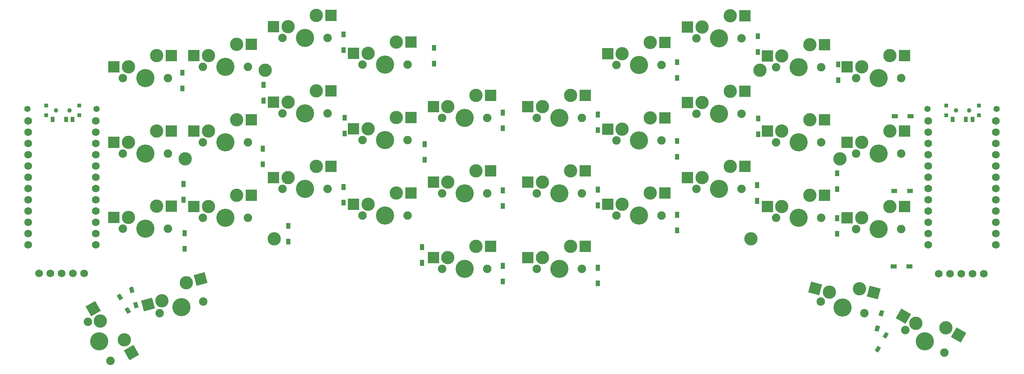
<source format=gbr>
%TF.GenerationSoftware,KiCad,Pcbnew,(6.0.11)*%
%TF.CreationDate,2023-02-07T21:41:21-05:00*%
%TF.ProjectId,main,6d61696e-2e6b-4696-9361-645f70636258,rev?*%
%TF.SameCoordinates,Original*%
%TF.FileFunction,Soldermask,Bot*%
%TF.FilePolarity,Negative*%
%FSLAX46Y46*%
G04 Gerber Fmt 4.6, Leading zero omitted, Abs format (unit mm)*
G04 Created by KiCad (PCBNEW (6.0.11)) date 2023-02-07 21:41:21*
%MOMM*%
%LPD*%
G01*
G04 APERTURE LIST*
G04 Aperture macros list*
%AMRotRect*
0 Rectangle, with rotation*
0 The origin of the aperture is its center*
0 $1 length*
0 $2 width*
0 $3 Rotation angle, in degrees counterclockwise*
0 Add horizontal line*
21,1,$1,$2,0,0,$3*%
G04 Aperture macros list end*
%ADD10C,0.100000*%
%ADD11RotRect,2.550000X2.500000X195.000000*%
%ADD12C,4.100000*%
%ADD13C,1.900000*%
%ADD14C,3.000000*%
%ADD15RotRect,2.550000X2.500000X120.000000*%
%ADD16R,2.550000X2.500000*%
%ADD17RotRect,2.550000X2.500000X150.000000*%
%ADD18RotRect,2.550000X2.500000X165.000000*%
%ADD19C,1.397000*%
%ADD20C,1.752600*%
%ADD21C,1.000000*%
%ADD22R,0.900000X0.900000*%
%ADD23R,0.900000X1.250000*%
G04 APERTURE END LIST*
%TO.C,D19*%
G36*
X95914100Y-74777800D02*
G01*
X95064100Y-74777800D01*
X95064100Y-73577800D01*
X95914100Y-73577800D01*
X95914100Y-74777800D01*
G37*
D10*
X95914100Y-74777800D02*
X95064100Y-74777800D01*
X95064100Y-73577800D01*
X95914100Y-73577800D01*
X95914100Y-74777800D01*
G36*
X95914100Y-71227800D02*
G01*
X95064100Y-71227800D01*
X95064100Y-70027800D01*
X95914100Y-70027800D01*
X95914100Y-71227800D01*
G37*
X95914100Y-71227800D02*
X95064100Y-71227800D01*
X95064100Y-70027800D01*
X95914100Y-70027800D01*
X95914100Y-71227800D01*
%TO.C,D21*%
G36*
X134395100Y-66427500D02*
G01*
X133545100Y-66427500D01*
X133545100Y-65227500D01*
X134395100Y-65227500D01*
X134395100Y-66427500D01*
G37*
X134395100Y-66427500D02*
X133545100Y-66427500D01*
X133545100Y-65227500D01*
X134395100Y-65227500D01*
X134395100Y-66427500D01*
G36*
X134395100Y-62877500D02*
G01*
X133545100Y-62877500D01*
X133545100Y-61677500D01*
X134395100Y-61677500D01*
X134395100Y-62877500D01*
G37*
X134395100Y-62877500D02*
X133545100Y-62877500D01*
X133545100Y-61677500D01*
X134395100Y-61677500D01*
X134395100Y-62877500D01*
%TO.C,D26*%
G36*
X132236100Y-84594500D02*
G01*
X131386100Y-84594500D01*
X131386100Y-83394500D01*
X132236100Y-83394500D01*
X132236100Y-84594500D01*
G37*
X132236100Y-84594500D02*
X131386100Y-84594500D01*
X131386100Y-83394500D01*
X132236100Y-83394500D01*
X132236100Y-84594500D01*
G36*
X132236100Y-88144500D02*
G01*
X131386100Y-88144500D01*
X131386100Y-86944500D01*
X132236100Y-86944500D01*
X132236100Y-88144500D01*
G37*
X132236100Y-88144500D02*
X131386100Y-88144500D01*
X131386100Y-86944500D01*
X132236100Y-86944500D01*
X132236100Y-88144500D01*
%TO.C,D33*%
G36*
X65576461Y-121840410D02*
G01*
X64840339Y-122265410D01*
X64240339Y-121226180D01*
X64976461Y-120801180D01*
X65576461Y-121840410D01*
G37*
X65576461Y-121840410D02*
X64840339Y-122265410D01*
X64240339Y-121226180D01*
X64976461Y-120801180D01*
X65576461Y-121840410D01*
G36*
X63801461Y-118766020D02*
G01*
X63065339Y-119191020D01*
X62465339Y-118151790D01*
X63201461Y-117726790D01*
X63801461Y-118766020D01*
G37*
X63801461Y-118766020D02*
X63065339Y-119191020D01*
X62465339Y-118151790D01*
X63201461Y-117726790D01*
X63801461Y-118766020D01*
%TO.C,D10*%
G36*
X241812600Y-95000400D02*
G01*
X240612600Y-95000400D01*
X240612600Y-94150400D01*
X241812600Y-94150400D01*
X241812600Y-95000400D01*
G37*
X241812600Y-95000400D02*
X240612600Y-95000400D01*
X240612600Y-94150400D01*
X241812600Y-94150400D01*
X241812600Y-95000400D01*
G36*
X238262600Y-95000400D02*
G01*
X237062600Y-95000400D01*
X237062600Y-94150400D01*
X238262600Y-94150400D01*
X238262600Y-95000400D01*
G37*
X238262600Y-95000400D02*
X237062600Y-95000400D01*
X237062600Y-94150400D01*
X238262600Y-94150400D01*
X238262600Y-95000400D01*
%TO.C,D24*%
G36*
X95787100Y-85610500D02*
G01*
X94937100Y-85610500D01*
X94937100Y-84410500D01*
X95787100Y-84410500D01*
X95787100Y-85610500D01*
G37*
X95787100Y-85610500D02*
X94937100Y-85610500D01*
X94937100Y-84410500D01*
X95787100Y-84410500D01*
X95787100Y-85610500D01*
G36*
X95787100Y-89160500D02*
G01*
X94937100Y-89160500D01*
X94937100Y-87960500D01*
X95787100Y-87960500D01*
X95787100Y-89160500D01*
G37*
X95787100Y-89160500D02*
X94937100Y-89160500D01*
X94937100Y-87960500D01*
X95787100Y-87960500D01*
X95787100Y-89160500D01*
%TO.C,D23*%
G36*
X77936600Y-97126800D02*
G01*
X77086600Y-97126800D01*
X77086600Y-95926800D01*
X77936600Y-95926800D01*
X77936600Y-97126800D01*
G37*
X77936600Y-97126800D02*
X77086600Y-97126800D01*
X77086600Y-95926800D01*
X77936600Y-95926800D01*
X77936600Y-97126800D01*
G36*
X77936600Y-93576800D02*
G01*
X77086600Y-93576800D01*
X77086600Y-92376800D01*
X77936600Y-92376800D01*
X77936600Y-93576800D01*
G37*
X77936600Y-93576800D02*
X77086600Y-93576800D01*
X77086600Y-92376800D01*
X77936600Y-92376800D01*
X77936600Y-93576800D01*
%TO.C,D18*%
G36*
X77626100Y-68465500D02*
G01*
X76776100Y-68465500D01*
X76776100Y-67265500D01*
X77626100Y-67265500D01*
X77626100Y-68465500D01*
G37*
X77626100Y-68465500D02*
X76776100Y-68465500D01*
X76776100Y-67265500D01*
X77626100Y-67265500D01*
X77626100Y-68465500D01*
G36*
X77626100Y-72015500D02*
G01*
X76776100Y-72015500D01*
X76776100Y-70815500D01*
X77626100Y-70815500D01*
X77626100Y-72015500D01*
G37*
X77626100Y-72015500D02*
X76776100Y-72015500D01*
X76776100Y-70815500D01*
X77626100Y-70815500D01*
X77626100Y-72015500D01*
%TO.C,D1*%
G36*
X171282600Y-81456400D02*
G01*
X170432600Y-81456400D01*
X170432600Y-80256400D01*
X171282600Y-80256400D01*
X171282600Y-81456400D01*
G37*
X171282600Y-81456400D02*
X170432600Y-81456400D01*
X170432600Y-80256400D01*
X171282600Y-80256400D01*
X171282600Y-81456400D01*
G36*
X171282600Y-77906400D02*
G01*
X170432600Y-77906400D01*
X170432600Y-76706400D01*
X171282600Y-76706400D01*
X171282600Y-77906400D01*
G37*
X171282600Y-77906400D02*
X170432600Y-77906400D01*
X170432600Y-76706400D01*
X171282600Y-76706400D01*
X171282600Y-77906400D01*
%TO.C,D5*%
G36*
X238389600Y-78109400D02*
G01*
X237189600Y-78109400D01*
X237189600Y-77259400D01*
X238389600Y-77259400D01*
X238389600Y-78109400D01*
G37*
X238389600Y-78109400D02*
X237189600Y-78109400D01*
X237189600Y-77259400D01*
X238389600Y-77259400D01*
X238389600Y-78109400D01*
G36*
X241939600Y-78109400D02*
G01*
X240739600Y-78109400D01*
X240739600Y-77259400D01*
X241939600Y-77259400D01*
X241939600Y-78109400D01*
G37*
X241939600Y-78109400D02*
X240739600Y-78109400D01*
X240739600Y-77259400D01*
X241939600Y-77259400D01*
X241939600Y-78109400D01*
%TO.C,D15*%
G36*
X238135600Y-112018400D02*
G01*
X236935600Y-112018400D01*
X236935600Y-111168400D01*
X238135600Y-111168400D01*
X238135600Y-112018400D01*
G37*
X238135600Y-112018400D02*
X236935600Y-112018400D01*
X236935600Y-111168400D01*
X238135600Y-111168400D01*
X238135600Y-112018400D01*
G36*
X241685600Y-112018400D02*
G01*
X240485600Y-112018400D01*
X240485600Y-111168400D01*
X241685600Y-111168400D01*
X241685600Y-112018400D01*
G37*
X241685600Y-112018400D02*
X240485600Y-112018400D01*
X240485600Y-111168400D01*
X241685600Y-111168400D01*
X241685600Y-112018400D01*
%TO.C,D9*%
G36*
X225256600Y-91163800D02*
G01*
X224406600Y-91163800D01*
X224406600Y-89963800D01*
X225256600Y-89963800D01*
X225256600Y-91163800D01*
G37*
X225256600Y-91163800D02*
X224406600Y-91163800D01*
X224406600Y-89963800D01*
X225256600Y-89963800D01*
X225256600Y-91163800D01*
G36*
X225256600Y-94713800D02*
G01*
X224406600Y-94713800D01*
X224406600Y-93513800D01*
X225256600Y-93513800D01*
X225256600Y-94713800D01*
G37*
X225256600Y-94713800D02*
X224406600Y-94713800D01*
X224406600Y-93513800D01*
X225256600Y-93513800D01*
X225256600Y-94713800D01*
%TO.C,D25*%
G36*
X114202100Y-82175500D02*
G01*
X113352100Y-82175500D01*
X113352100Y-80975500D01*
X114202100Y-80975500D01*
X114202100Y-82175500D01*
G37*
X114202100Y-82175500D02*
X113352100Y-82175500D01*
X113352100Y-80975500D01*
X114202100Y-80975500D01*
X114202100Y-82175500D01*
G36*
X114202100Y-78625500D02*
G01*
X113352100Y-78625500D01*
X113352100Y-77425500D01*
X114202100Y-77425500D01*
X114202100Y-78625500D01*
G37*
X114202100Y-78625500D02*
X113352100Y-78625500D01*
X113352100Y-77425500D01*
X114202100Y-77425500D01*
X114202100Y-78625500D01*
%TO.C,D22*%
G36*
X149889100Y-77482500D02*
G01*
X149039100Y-77482500D01*
X149039100Y-76282500D01*
X149889100Y-76282500D01*
X149889100Y-77482500D01*
G37*
X149889100Y-77482500D02*
X149039100Y-77482500D01*
X149039100Y-76282500D01*
X149889100Y-76282500D01*
X149889100Y-77482500D01*
G36*
X149889100Y-81032500D02*
G01*
X149039100Y-81032500D01*
X149039100Y-79832500D01*
X149889100Y-79832500D01*
X149889100Y-81032500D01*
G37*
X149889100Y-81032500D02*
X149039100Y-81032500D01*
X149039100Y-79832500D01*
X149889100Y-79832500D01*
X149889100Y-81032500D01*
%TO.C,D4*%
G36*
X225511600Y-66603400D02*
G01*
X224661600Y-66603400D01*
X224661600Y-65403400D01*
X225511600Y-65403400D01*
X225511600Y-66603400D01*
G37*
X225511600Y-66603400D02*
X224661600Y-66603400D01*
X224661600Y-65403400D01*
X225511600Y-65403400D01*
X225511600Y-66603400D01*
G36*
X225511600Y-70153400D02*
G01*
X224661600Y-70153400D01*
X224661600Y-68953400D01*
X225511600Y-68953400D01*
X225511600Y-70153400D01*
G37*
X225511600Y-70153400D02*
X224661600Y-70153400D01*
X224661600Y-68953400D01*
X225511600Y-68953400D01*
X225511600Y-70153400D01*
%TO.C,D27*%
G36*
X149889100Y-95008500D02*
G01*
X149039100Y-95008500D01*
X149039100Y-93808500D01*
X149889100Y-93808500D01*
X149889100Y-95008500D01*
G37*
X149889100Y-95008500D02*
X149039100Y-95008500D01*
X149039100Y-93808500D01*
X149889100Y-93808500D01*
X149889100Y-95008500D01*
G36*
X149889100Y-98558500D02*
G01*
X149039100Y-98558500D01*
X149039100Y-97358500D01*
X149889100Y-97358500D01*
X149889100Y-98558500D01*
G37*
X149889100Y-98558500D02*
X149039100Y-98558500D01*
X149039100Y-97358500D01*
X149889100Y-97358500D01*
X149889100Y-98558500D01*
%TO.C,D32*%
G36*
X149889100Y-112026500D02*
G01*
X149039100Y-112026500D01*
X149039100Y-110826500D01*
X149889100Y-110826500D01*
X149889100Y-112026500D01*
G37*
X149889100Y-112026500D02*
X149039100Y-112026500D01*
X149039100Y-110826500D01*
X149889100Y-110826500D01*
X149889100Y-112026500D01*
G36*
X149889100Y-115576500D02*
G01*
X149039100Y-115576500D01*
X149039100Y-114376500D01*
X149889100Y-114376500D01*
X149889100Y-115576500D01*
G37*
X149889100Y-115576500D02*
X149039100Y-115576500D01*
X149039100Y-114376500D01*
X149889100Y-114376500D01*
X149889100Y-115576500D01*
%TO.C,D17*%
G36*
X234645161Y-129890880D02*
G01*
X234045161Y-130930110D01*
X233309039Y-130505110D01*
X233909039Y-129465880D01*
X234645161Y-129890880D01*
G37*
X234645161Y-129890880D02*
X234045161Y-130930110D01*
X233309039Y-130505110D01*
X233909039Y-129465880D01*
X234645161Y-129890880D01*
G36*
X236420161Y-126816490D02*
G01*
X235820161Y-127855720D01*
X235084039Y-127430720D01*
X235684039Y-126391490D01*
X236420161Y-126816490D01*
G37*
X236420161Y-126816490D02*
X235820161Y-127855720D01*
X235084039Y-127430720D01*
X235684039Y-126391490D01*
X236420161Y-126816490D01*
%TO.C,D11*%
G36*
X171282600Y-112450400D02*
G01*
X170432600Y-112450400D01*
X170432600Y-111250400D01*
X171282600Y-111250400D01*
X171282600Y-112450400D01*
G37*
X171282600Y-112450400D02*
X170432600Y-112450400D01*
X170432600Y-111250400D01*
X171282600Y-111250400D01*
X171282600Y-112450400D01*
G36*
X171282600Y-116000400D02*
G01*
X170432600Y-116000400D01*
X170432600Y-114800400D01*
X171282600Y-114800400D01*
X171282600Y-116000400D01*
G37*
X171282600Y-116000400D02*
X170432600Y-116000400D01*
X170432600Y-114800400D01*
X171282600Y-114800400D01*
X171282600Y-116000400D01*
%TO.C,D29*%
G36*
X101558600Y-103012500D02*
G01*
X100708600Y-103012500D01*
X100708600Y-101812500D01*
X101558600Y-101812500D01*
X101558600Y-103012500D01*
G37*
X101558600Y-103012500D02*
X100708600Y-103012500D01*
X100708600Y-101812500D01*
X101558600Y-101812500D01*
X101558600Y-103012500D01*
G36*
X101558600Y-106562500D02*
G01*
X100708600Y-106562500D01*
X100708600Y-105362500D01*
X101558600Y-105362500D01*
X101558600Y-106562500D01*
G37*
X101558600Y-106562500D02*
X100708600Y-106562500D01*
X100708600Y-105362500D01*
X101558600Y-105362500D01*
X101558600Y-106562500D01*
%TO.C,D2*%
G36*
X189189600Y-66095400D02*
G01*
X188339600Y-66095400D01*
X188339600Y-64895400D01*
X189189600Y-64895400D01*
X189189600Y-66095400D01*
G37*
X189189600Y-66095400D02*
X188339600Y-66095400D01*
X188339600Y-64895400D01*
X189189600Y-64895400D01*
X189189600Y-66095400D01*
G36*
X189189600Y-69645400D02*
G01*
X188339600Y-69645400D01*
X188339600Y-68445400D01*
X189189600Y-68445400D01*
X189189600Y-69645400D01*
G37*
X189189600Y-69645400D02*
X188339600Y-69645400D01*
X188339600Y-68445400D01*
X189189600Y-68445400D01*
X189189600Y-69645400D01*
%TO.C,D8*%
G36*
X207477600Y-78775400D02*
G01*
X206627600Y-78775400D01*
X206627600Y-77575400D01*
X207477600Y-77575400D01*
X207477600Y-78775400D01*
G37*
X207477600Y-78775400D02*
X206627600Y-78775400D01*
X206627600Y-77575400D01*
X207477600Y-77575400D01*
X207477600Y-78775400D01*
G36*
X207477600Y-82325400D02*
G01*
X206627600Y-82325400D01*
X206627600Y-81125400D01*
X207477600Y-81125400D01*
X207477600Y-82325400D01*
G37*
X207477600Y-82325400D02*
X206627600Y-82325400D01*
X206627600Y-81125400D01*
X207477600Y-81125400D01*
X207477600Y-82325400D01*
%TO.C,D16*%
G36*
X234415906Y-125078461D02*
G01*
X234105323Y-126237572D01*
X233284286Y-126017576D01*
X233594869Y-124858465D01*
X234415906Y-125078461D01*
G37*
X234415906Y-125078461D02*
X234105323Y-126237572D01*
X233284286Y-126017576D01*
X233594869Y-124858465D01*
X234415906Y-125078461D01*
G36*
X235334714Y-121649424D02*
G01*
X235024131Y-122808535D01*
X234203094Y-122588539D01*
X234513677Y-121429428D01*
X235334714Y-121649424D01*
G37*
X235334714Y-121649424D02*
X235024131Y-122808535D01*
X234203094Y-122588539D01*
X234513677Y-121429428D01*
X235334714Y-121649424D01*
%TO.C,D34*%
G36*
X66393406Y-117319339D02*
G01*
X65572369Y-117539335D01*
X65261786Y-116380224D01*
X66082823Y-116160228D01*
X66393406Y-117319339D01*
G37*
X66393406Y-117319339D02*
X65572369Y-117539335D01*
X65261786Y-116380224D01*
X66082823Y-116160228D01*
X66393406Y-117319339D01*
G36*
X67312214Y-120748376D02*
G01*
X66491177Y-120968372D01*
X66180594Y-119809261D01*
X67001631Y-119589265D01*
X67312214Y-120748376D01*
G37*
X67312214Y-120748376D02*
X66491177Y-120968372D01*
X66180594Y-119809261D01*
X67001631Y-119589265D01*
X67312214Y-120748376D01*
%TO.C,D20*%
G36*
X113948100Y-63379500D02*
G01*
X113098100Y-63379500D01*
X113098100Y-62179500D01*
X113948100Y-62179500D01*
X113948100Y-63379500D01*
G37*
X113948100Y-63379500D02*
X113098100Y-63379500D01*
X113098100Y-62179500D01*
X113948100Y-62179500D01*
X113948100Y-63379500D01*
G36*
X113948100Y-59829500D02*
G01*
X113098100Y-59829500D01*
X113098100Y-58629500D01*
X113948100Y-58629500D01*
X113948100Y-59829500D01*
G37*
X113948100Y-59829500D02*
X113098100Y-59829500D01*
X113098100Y-58629500D01*
X113948100Y-58629500D01*
X113948100Y-59829500D01*
%TO.C,D3*%
G36*
X207350600Y-63803400D02*
G01*
X206500600Y-63803400D01*
X206500600Y-62603400D01*
X207350600Y-62603400D01*
X207350600Y-63803400D01*
G37*
X207350600Y-63803400D02*
X206500600Y-63803400D01*
X206500600Y-62603400D01*
X207350600Y-62603400D01*
X207350600Y-63803400D01*
G36*
X207350600Y-60253400D02*
G01*
X206500600Y-60253400D01*
X206500600Y-59053400D01*
X207350600Y-59053400D01*
X207350600Y-60253400D01*
G37*
X207350600Y-60253400D02*
X206500600Y-60253400D01*
X206500600Y-59053400D01*
X207350600Y-59053400D01*
X207350600Y-60253400D01*
%TO.C,D14*%
G36*
X225257600Y-101274400D02*
G01*
X224407600Y-101274400D01*
X224407600Y-100074400D01*
X225257600Y-100074400D01*
X225257600Y-101274400D01*
G37*
X225257600Y-101274400D02*
X224407600Y-101274400D01*
X224407600Y-100074400D01*
X225257600Y-100074400D01*
X225257600Y-101274400D01*
G36*
X225257600Y-104824400D02*
G01*
X224407600Y-104824400D01*
X224407600Y-103624400D01*
X225257600Y-103624400D01*
X225257600Y-104824400D01*
G37*
X225257600Y-104824400D02*
X224407600Y-104824400D01*
X224407600Y-103624400D01*
X225257600Y-103624400D01*
X225257600Y-104824400D01*
%TO.C,D30*%
G36*
X113948100Y-94246500D02*
G01*
X113098100Y-94246500D01*
X113098100Y-93046500D01*
X113948100Y-93046500D01*
X113948100Y-94246500D01*
G37*
X113948100Y-94246500D02*
X113098100Y-94246500D01*
X113098100Y-93046500D01*
X113948100Y-93046500D01*
X113948100Y-94246500D01*
G36*
X113948100Y-97796500D02*
G01*
X113098100Y-97796500D01*
X113098100Y-96596500D01*
X113948100Y-96596500D01*
X113948100Y-97796500D01*
G37*
X113948100Y-97796500D02*
X113098100Y-97796500D01*
X113098100Y-96596500D01*
X113948100Y-96596500D01*
X113948100Y-97796500D01*
%TO.C,D13*%
G36*
X207222600Y-97383800D02*
G01*
X206372600Y-97383800D01*
X206372600Y-96183800D01*
X207222600Y-96183800D01*
X207222600Y-97383800D01*
G37*
X207222600Y-97383800D02*
X206372600Y-97383800D01*
X206372600Y-96183800D01*
X207222600Y-96183800D01*
X207222600Y-97383800D01*
G36*
X207222600Y-93833800D02*
G01*
X206372600Y-93833800D01*
X206372600Y-92633800D01*
X207222600Y-92633800D01*
X207222600Y-93833800D01*
G37*
X207222600Y-93833800D02*
X206372600Y-93833800D01*
X206372600Y-92633800D01*
X207222600Y-92633800D01*
X207222600Y-93833800D01*
%TO.C,D12*%
G36*
X189189600Y-104062400D02*
G01*
X188339600Y-104062400D01*
X188339600Y-102862400D01*
X189189600Y-102862400D01*
X189189600Y-104062400D01*
G37*
X189189600Y-104062400D02*
X188339600Y-104062400D01*
X188339600Y-102862400D01*
X189189600Y-102862400D01*
X189189600Y-104062400D01*
G36*
X189189600Y-100512400D02*
G01*
X188339600Y-100512400D01*
X188339600Y-99312400D01*
X189189600Y-99312400D01*
X189189600Y-100512400D01*
G37*
X189189600Y-100512400D02*
X188339600Y-100512400D01*
X188339600Y-99312400D01*
X189189600Y-99312400D01*
X189189600Y-100512400D01*
%TO.C,D28*%
G36*
X78134100Y-108210500D02*
G01*
X77284100Y-108210500D01*
X77284100Y-107010500D01*
X78134100Y-107010500D01*
X78134100Y-108210500D01*
G37*
X78134100Y-108210500D02*
X77284100Y-108210500D01*
X77284100Y-107010500D01*
X78134100Y-107010500D01*
X78134100Y-108210500D01*
G36*
X78134100Y-104660500D02*
G01*
X77284100Y-104660500D01*
X77284100Y-103460500D01*
X78134100Y-103460500D01*
X78134100Y-104660500D01*
G37*
X78134100Y-104660500D02*
X77284100Y-104660500D01*
X77284100Y-103460500D01*
X78134100Y-103460500D01*
X78134100Y-104660500D01*
%TO.C,D7*%
G36*
X189189600Y-87425400D02*
G01*
X188339600Y-87425400D01*
X188339600Y-86225400D01*
X189189600Y-86225400D01*
X189189600Y-87425400D01*
G37*
X189189600Y-87425400D02*
X188339600Y-87425400D01*
X188339600Y-86225400D01*
X189189600Y-86225400D01*
X189189600Y-87425400D01*
G36*
X189189600Y-83875400D02*
G01*
X188339600Y-83875400D01*
X188339600Y-82675400D01*
X189189600Y-82675400D01*
X189189600Y-83875400D01*
G37*
X189189600Y-83875400D02*
X188339600Y-83875400D01*
X188339600Y-82675400D01*
X189189600Y-82675400D01*
X189189600Y-83875400D01*
%TO.C,D31*%
G36*
X131657600Y-111347800D02*
G01*
X130807600Y-111347800D01*
X130807600Y-110147800D01*
X131657600Y-110147800D01*
X131657600Y-111347800D01*
G37*
X131657600Y-111347800D02*
X130807600Y-111347800D01*
X130807600Y-110147800D01*
X131657600Y-110147800D01*
X131657600Y-111347800D01*
G36*
X131657600Y-107797800D02*
G01*
X130807600Y-107797800D01*
X130807600Y-106597800D01*
X131657600Y-106597800D01*
X131657600Y-107797800D01*
G37*
X131657600Y-107797800D02*
X130807600Y-107797800D01*
X130807600Y-106597800D01*
X131657600Y-106597800D01*
X131657600Y-107797800D01*
%TO.C,D6*%
G36*
X171281600Y-94846800D02*
G01*
X170431600Y-94846800D01*
X170431600Y-93646800D01*
X171281600Y-93646800D01*
X171281600Y-94846800D01*
G37*
X171281600Y-94846800D02*
X170431600Y-94846800D01*
X170431600Y-93646800D01*
X171281600Y-93646800D01*
X171281600Y-94846800D01*
G36*
X171281600Y-98396800D02*
G01*
X170431600Y-98396800D01*
X170431600Y-97196800D01*
X171281600Y-97196800D01*
X171281600Y-98396800D01*
G37*
X171281600Y-98396800D02*
X170431600Y-98396800D01*
X170431600Y-97196800D01*
X171281600Y-97196800D01*
X171281600Y-98396800D01*
%TD*%
D11*
%TO.C,SW34*%
X69511815Y-120201481D03*
D12*
X77012800Y-120821200D03*
D13*
X81919703Y-119506399D03*
X72105897Y-122136001D03*
D11*
X81340938Y-114402276D03*
D14*
X72675222Y-119353849D03*
X78151451Y-115256896D03*
%TD*%
D15*
%TO.C,SW33*%
X57132105Y-121094310D03*
D12*
X58474900Y-128500100D03*
D13*
X61014900Y-132899509D03*
X55934900Y-124100691D03*
D15*
X65795309Y-131019420D03*
D14*
X58769605Y-123930543D03*
X64144309Y-128159805D03*
%TD*%
D16*
%TO.C,SW32*%
X133826900Y-109582000D03*
D12*
X140911900Y-112122000D03*
D13*
X145991900Y-112122000D03*
X135831900Y-112122000D03*
D16*
X146753900Y-107042000D03*
D14*
X137101900Y-109582000D03*
X143451900Y-107042000D03*
%TD*%
D16*
%TO.C,SW31*%
X115826800Y-97582000D03*
D12*
X122911800Y-100122000D03*
D13*
X127991800Y-100122000D03*
X117831800Y-100122000D03*
D16*
X128753800Y-95042000D03*
D14*
X119101800Y-97582000D03*
X125451800Y-95042000D03*
%TD*%
D16*
%TO.C,SW30*%
X97826900Y-91581500D03*
D12*
X104911900Y-94121500D03*
D13*
X109991900Y-94121500D03*
X99831900Y-94121500D03*
D16*
X110753900Y-89041500D03*
D14*
X101101900Y-91581500D03*
X107451900Y-89041500D03*
%TD*%
D16*
%TO.C,SW29*%
X79827900Y-98081500D03*
D12*
X86912900Y-100621500D03*
D13*
X91992900Y-100621500D03*
X81832900Y-100621500D03*
D16*
X92754900Y-95541500D03*
D14*
X83102900Y-98081500D03*
X89452900Y-95541500D03*
%TD*%
D16*
%TO.C,SW28*%
X61826800Y-100581500D03*
D12*
X68911800Y-103121500D03*
D13*
X73991800Y-103121500D03*
X63831800Y-103121500D03*
D16*
X74753800Y-98041500D03*
D14*
X65101800Y-100581500D03*
X71451800Y-98041500D03*
%TD*%
D16*
%TO.C,SW27*%
X133826900Y-92582000D03*
D12*
X140911900Y-95122000D03*
D13*
X145991900Y-95122000D03*
X135831900Y-95122000D03*
D16*
X146753900Y-90042000D03*
D14*
X137101900Y-92582000D03*
X143451900Y-90042000D03*
%TD*%
D16*
%TO.C,SW26*%
X115826800Y-80582000D03*
D12*
X122911800Y-83122000D03*
D13*
X127991800Y-83122000D03*
X117831800Y-83122000D03*
D16*
X128753800Y-78042000D03*
D14*
X119101800Y-80582000D03*
X125451800Y-78042000D03*
%TD*%
D16*
%TO.C,SW25*%
X97826900Y-74581500D03*
D12*
X104911900Y-77121500D03*
D13*
X109991900Y-77121500D03*
X99831900Y-77121500D03*
D16*
X110753900Y-72041500D03*
D14*
X101101900Y-74581500D03*
X107451900Y-72041500D03*
%TD*%
D16*
%TO.C,SW24*%
X79827900Y-81081500D03*
D12*
X86912900Y-83621500D03*
D13*
X91992900Y-83621500D03*
X81832900Y-83621500D03*
D16*
X92754900Y-78541500D03*
D14*
X83102900Y-81081500D03*
X89452900Y-78541500D03*
%TD*%
D16*
%TO.C,SW23*%
X61826900Y-83581500D03*
D12*
X68911900Y-86121500D03*
D13*
X73991900Y-86121500D03*
X63831900Y-86121500D03*
D16*
X74753900Y-81041500D03*
D14*
X65101900Y-83581500D03*
X71451900Y-81041500D03*
%TD*%
D16*
%TO.C,SW22*%
X133826900Y-75582000D03*
D12*
X140911900Y-78122000D03*
D13*
X145991900Y-78122000D03*
X135831900Y-78122000D03*
D16*
X146753900Y-73042000D03*
D14*
X137101900Y-75582000D03*
X143451900Y-73042000D03*
%TD*%
D16*
%TO.C,SW21*%
X115826900Y-63582000D03*
D12*
X122911900Y-66122000D03*
D13*
X127991900Y-66122000D03*
X117831900Y-66122000D03*
D16*
X128753900Y-61042000D03*
D14*
X119101900Y-63582000D03*
X125451900Y-61042000D03*
%TD*%
D16*
%TO.C,SW20*%
X97826900Y-57581500D03*
D12*
X104911900Y-60121500D03*
D13*
X109991900Y-60121500D03*
X99831900Y-60121500D03*
D16*
X110753900Y-55041500D03*
D14*
X101101900Y-57581500D03*
X107451900Y-55041500D03*
%TD*%
D16*
%TO.C,SW19*%
X79827800Y-64081500D03*
D12*
X86912800Y-66621500D03*
D13*
X91992800Y-66621500D03*
X81832800Y-66621500D03*
D16*
X92754800Y-61541500D03*
D14*
X83102800Y-64081500D03*
X89452800Y-61541500D03*
%TD*%
D16*
%TO.C,SW18*%
X61826900Y-66581500D03*
D12*
X68911900Y-69121500D03*
D13*
X73991900Y-69121500D03*
X63831900Y-69121500D03*
D16*
X74753900Y-64041500D03*
D14*
X65101900Y-66581500D03*
X71451900Y-64041500D03*
%TD*%
D17*
%TO.C,SW17*%
X239768710Y-122789795D03*
D12*
X244634500Y-128532000D03*
D13*
X249033909Y-131072000D03*
X240235091Y-125992000D03*
D17*
X252233820Y-127053591D03*
D14*
X242604943Y-124427295D03*
X249374205Y-125402591D03*
%TD*%
D18*
%TO.C,SW16*%
X219910416Y-116565915D03*
D12*
X226096600Y-120853100D03*
D13*
X231003503Y-122167901D03*
X221189697Y-119538299D03*
D18*
X233054339Y-117458218D03*
D14*
X223073823Y-117413548D03*
X229864852Y-116603597D03*
%TD*%
D16*
%TO.C,SW15*%
X227112600Y-100613400D03*
D12*
X234197600Y-103153400D03*
D13*
X239277600Y-103153400D03*
X229117600Y-103153400D03*
D16*
X240039600Y-98073400D03*
D14*
X230387600Y-100613400D03*
X236737600Y-98073400D03*
%TD*%
D16*
%TO.C,SW14*%
X209111600Y-98113400D03*
D12*
X216196600Y-100653400D03*
D13*
X221276600Y-100653400D03*
X211116600Y-100653400D03*
D16*
X222038600Y-95573400D03*
D14*
X212386600Y-98113400D03*
X218736600Y-95573400D03*
%TD*%
D16*
%TO.C,SW13*%
X191112600Y-91613400D03*
D12*
X198197600Y-94153400D03*
D13*
X203277600Y-94153400D03*
X193117600Y-94153400D03*
D16*
X204039600Y-89073400D03*
D14*
X194387600Y-91613400D03*
X200737600Y-89073400D03*
%TD*%
D16*
%TO.C,SW12*%
X173112600Y-97613900D03*
D12*
X180197600Y-100153900D03*
D13*
X185277600Y-100153900D03*
X175117600Y-100153900D03*
D16*
X186039600Y-95073900D03*
D14*
X176387600Y-97613900D03*
X182737600Y-95073900D03*
%TD*%
D16*
%TO.C,SW11*%
X155112600Y-109613900D03*
D12*
X162197600Y-112153900D03*
D13*
X167277600Y-112153900D03*
X157117600Y-112153900D03*
D16*
X168039600Y-107073900D03*
D14*
X158387600Y-109613900D03*
X164737600Y-107073900D03*
%TD*%
D16*
%TO.C,SW10*%
X227112600Y-83613400D03*
D12*
X234197600Y-86153400D03*
D13*
X239277600Y-86153400D03*
X229117600Y-86153400D03*
D16*
X240039600Y-81073400D03*
D14*
X230387600Y-83613400D03*
X236737600Y-81073400D03*
%TD*%
D16*
%TO.C,SW9*%
X209111600Y-81113400D03*
D12*
X216196600Y-83653400D03*
D13*
X221276600Y-83653400D03*
X211116600Y-83653400D03*
D16*
X222038600Y-78573400D03*
D14*
X212386600Y-81113400D03*
X218736600Y-78573400D03*
%TD*%
D16*
%TO.C,SW8*%
X191112600Y-74613400D03*
D12*
X198197600Y-77153400D03*
D13*
X203277600Y-77153400D03*
X193117600Y-77153400D03*
D16*
X204039600Y-72073400D03*
D14*
X194387600Y-74613400D03*
X200737600Y-72073400D03*
%TD*%
D16*
%TO.C,SW7*%
X173112600Y-80613900D03*
D12*
X180197600Y-83153900D03*
D13*
X185277600Y-83153900D03*
X175117600Y-83153900D03*
D16*
X186039600Y-78073900D03*
D14*
X176387600Y-80613900D03*
X182737600Y-78073900D03*
%TD*%
D16*
%TO.C,SW6*%
X155112600Y-92613900D03*
D12*
X162197600Y-95153900D03*
D13*
X167277600Y-95153900D03*
X157117600Y-95153900D03*
D16*
X168039600Y-90073900D03*
D14*
X158387600Y-92613900D03*
X164737600Y-90073900D03*
%TD*%
D16*
%TO.C,SW5*%
X227112600Y-66613400D03*
D12*
X234197600Y-69153400D03*
D13*
X239277600Y-69153400D03*
X229117600Y-69153400D03*
D16*
X240039600Y-64073400D03*
D14*
X230387600Y-66613400D03*
X236737600Y-64073400D03*
%TD*%
D16*
%TO.C,SW4*%
X209111600Y-64113400D03*
D12*
X216196600Y-66653400D03*
D13*
X221276600Y-66653400D03*
X211116600Y-66653400D03*
D16*
X222038600Y-61573400D03*
D14*
X212386600Y-64113400D03*
X218736600Y-61573400D03*
%TD*%
D16*
%TO.C,SW3*%
X191112600Y-57613400D03*
D12*
X198197600Y-60153400D03*
D13*
X203277600Y-60153400D03*
X193117600Y-60153400D03*
D16*
X204039600Y-55073400D03*
D14*
X194387600Y-57613400D03*
X200737600Y-55073400D03*
%TD*%
D16*
%TO.C,SW2*%
X173112600Y-63613900D03*
D12*
X180197600Y-66153900D03*
D13*
X185277600Y-66153900D03*
X175117600Y-66153900D03*
D16*
X186039600Y-61073900D03*
D14*
X176387600Y-63613900D03*
X182737600Y-61073900D03*
%TD*%
D16*
%TO.C,SW1*%
X155112600Y-75613900D03*
D12*
X162197600Y-78153900D03*
D13*
X167277600Y-78153900D03*
X157117600Y-78153900D03*
D16*
X168039600Y-73073900D03*
D14*
X158387600Y-75613900D03*
X164737600Y-73073900D03*
%TD*%
D19*
%TO.C,BatGND1*%
X42358000Y-76057400D03*
%TD*%
%TO.C,Bat+0*%
X245177000Y-76057400D03*
%TD*%
D20*
%TO.C,Display1*%
X247735800Y-113214400D03*
X250275800Y-113214400D03*
X252815800Y-113214400D03*
X255355800Y-113214400D03*
X257895800Y-113214400D03*
%TD*%
D14*
%TO.C,13-REF_PUCK_R*%
X95945600Y-67345907D03*
X77918707Y-87366800D03*
X97939600Y-105393693D03*
%TD*%
%TO.C,REF_PUCK_R*%
X207413600Y-67345907D03*
X225440493Y-87366800D03*
X205419600Y-105393693D03*
%TD*%
D20*
%TO.C,Display2*%
X44943100Y-113171500D03*
X47483100Y-113171500D03*
X50023100Y-113171500D03*
X52563100Y-113171500D03*
X55103100Y-113171500D03*
%TD*%
D19*
%TO.C,Bat+1*%
X57902800Y-76082800D03*
%TD*%
%TO.C,BatGND0*%
X260747200Y-76108200D03*
%TD*%
D21*
%TO.C,SW_POWER1*%
X51782800Y-76387600D03*
X48782800Y-76387600D03*
D22*
X46582800Y-75287600D03*
X53982800Y-77487600D03*
X46582800Y-77487600D03*
X53982800Y-75287600D03*
D23*
X48032800Y-78462600D03*
X51032800Y-78462600D03*
X52532800Y-78462600D03*
%TD*%
D20*
%TO.C,U2*%
X57766800Y-78765200D03*
X57766800Y-81305200D03*
X57766800Y-83845200D03*
X57766800Y-86385200D03*
X57766800Y-88925200D03*
X57766800Y-91465200D03*
X57766800Y-94005200D03*
X57766800Y-96545200D03*
X57766800Y-99085200D03*
X57766800Y-101625200D03*
X57766800Y-104165200D03*
X57766800Y-106705200D03*
X42526800Y-106705200D03*
X42526800Y-104165200D03*
X42526800Y-101625200D03*
X42526800Y-99085200D03*
X42526800Y-96545200D03*
X42526800Y-94005200D03*
X42526800Y-91465200D03*
X42526800Y-88925200D03*
X42526800Y-86385200D03*
X42526800Y-83845200D03*
X42526800Y-81305200D03*
X42526800Y-78765200D03*
%TD*%
D21*
%TO.C,SW_POWER0*%
X251601800Y-76387600D03*
X254601800Y-76387600D03*
D22*
X256801800Y-75287600D03*
X256801800Y-77487600D03*
X249401800Y-77487600D03*
X249401800Y-75287600D03*
D23*
X250851800Y-78462600D03*
X253851800Y-78462600D03*
X255351800Y-78462600D03*
%TD*%
D20*
%TO.C,U1*%
X260582600Y-78797000D03*
X260582600Y-81337000D03*
X260582600Y-83877000D03*
X260582600Y-86417000D03*
X260582600Y-88957000D03*
X260582600Y-91497000D03*
X260582600Y-94037000D03*
X260582600Y-96577000D03*
X260582600Y-99117000D03*
X260582600Y-101657000D03*
X260582600Y-104197000D03*
X260582600Y-106737000D03*
X245342600Y-106737000D03*
X245342600Y-104197000D03*
X245342600Y-101657000D03*
X245342600Y-99117000D03*
X245342600Y-96577000D03*
X245342600Y-94037000D03*
X245342600Y-91497000D03*
X245342600Y-88957000D03*
X245342600Y-86417000D03*
X245342600Y-83877000D03*
X245342600Y-81337000D03*
X245342600Y-78797000D03*
%TD*%
M02*

</source>
